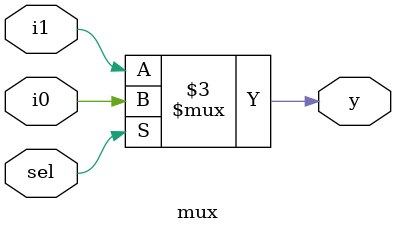
<source format=v>
`timescale 1ns / 1ps
module PISO(
    input Clk,
    input reset,
    input sel,
    input [3:0] Din,
    output Dout
);
    wire [5:0] w;

    D_FF d1 (Clk,reset,Din[0],w[5]);
    mux m1 (w[5],Din[1],sel,w[4]);
    
    D_FF d2 (Clk,reset,w[4],w[3]);
    mux m2 (w[3],Din[2],sel,w[2]);
    
    D_FF d3 (Clk,reset,w[2],w[1]);
    mux m3 (w[1],Din[3],sel,w[0]);
    
    D_FF d4 (Clk,reset,w[0],Dout);

endmodule

module D_FF (
    input clk,
    input reset,
    input din,
    output reg dout
);
    always @ (posedge clk or posedge reset) begin
        if (reset) begin
            dout <= 1'b0;
        end
        else begin
            dout <= din;
        end
    end
endmodule

module mux (
    input i0,
    input i1,
    input sel,
    output reg y
);
    always @ (*) begin
        if (sel) begin
            y <= i0;
        end
        else begin
            y <= i1;
        end
    end
endmodule


</source>
